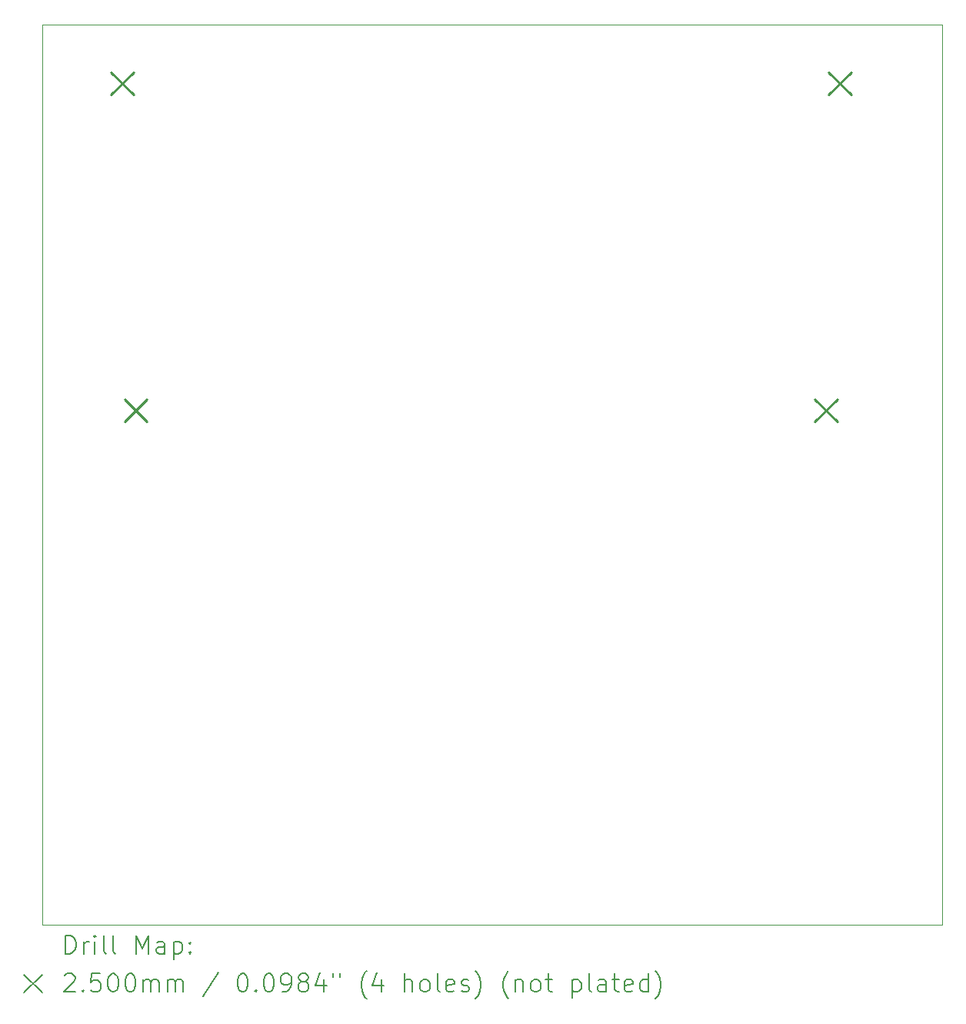
<source format=gbr>
%TF.GenerationSoftware,KiCad,Pcbnew,(6.0.8)*%
%TF.CreationDate,2024-09-05T02:31:09-03:00*%
%TF.ProjectId,Projeto_01,50726f6a-6574-46f5-9f30-312e6b696361,rev?*%
%TF.SameCoordinates,Original*%
%TF.FileFunction,Drillmap*%
%TF.FilePolarity,Positive*%
%FSLAX45Y45*%
G04 Gerber Fmt 4.5, Leading zero omitted, Abs format (unit mm)*
G04 Created by KiCad (PCBNEW (6.0.8)) date 2024-09-05 02:31:09*
%MOMM*%
%LPD*%
G01*
G04 APERTURE LIST*
%ADD10C,0.100000*%
%ADD11C,0.200000*%
%ADD12C,0.250000*%
G04 APERTURE END LIST*
D10*
X16764000Y-3429000D02*
X26670000Y-3429000D01*
X26670000Y-3429000D02*
X26670000Y-13335000D01*
X26670000Y-13335000D02*
X16764000Y-13335000D01*
X16764000Y-13335000D02*
X16764000Y-3429000D01*
D11*
D12*
X17515000Y-3949000D02*
X17765000Y-4199000D01*
X17765000Y-3949000D02*
X17515000Y-4199000D01*
X17665000Y-7549000D02*
X17915000Y-7799000D01*
X17915000Y-7549000D02*
X17665000Y-7799000D01*
X25265000Y-7549000D02*
X25515000Y-7799000D01*
X25515000Y-7549000D02*
X25265000Y-7799000D01*
X25415000Y-3949000D02*
X25665000Y-4199000D01*
X25665000Y-3949000D02*
X25415000Y-4199000D01*
D11*
X17016619Y-13650476D02*
X17016619Y-13450476D01*
X17064238Y-13450476D01*
X17092810Y-13460000D01*
X17111857Y-13479048D01*
X17121381Y-13498095D01*
X17130905Y-13536190D01*
X17130905Y-13564762D01*
X17121381Y-13602857D01*
X17111857Y-13621905D01*
X17092810Y-13640952D01*
X17064238Y-13650476D01*
X17016619Y-13650476D01*
X17216619Y-13650476D02*
X17216619Y-13517143D01*
X17216619Y-13555238D02*
X17226143Y-13536190D01*
X17235667Y-13526667D01*
X17254714Y-13517143D01*
X17273762Y-13517143D01*
X17340429Y-13650476D02*
X17340429Y-13517143D01*
X17340429Y-13450476D02*
X17330905Y-13460000D01*
X17340429Y-13469524D01*
X17349952Y-13460000D01*
X17340429Y-13450476D01*
X17340429Y-13469524D01*
X17464238Y-13650476D02*
X17445190Y-13640952D01*
X17435667Y-13621905D01*
X17435667Y-13450476D01*
X17569000Y-13650476D02*
X17549952Y-13640952D01*
X17540429Y-13621905D01*
X17540429Y-13450476D01*
X17797571Y-13650476D02*
X17797571Y-13450476D01*
X17864238Y-13593333D01*
X17930905Y-13450476D01*
X17930905Y-13650476D01*
X18111857Y-13650476D02*
X18111857Y-13545714D01*
X18102333Y-13526667D01*
X18083286Y-13517143D01*
X18045190Y-13517143D01*
X18026143Y-13526667D01*
X18111857Y-13640952D02*
X18092810Y-13650476D01*
X18045190Y-13650476D01*
X18026143Y-13640952D01*
X18016619Y-13621905D01*
X18016619Y-13602857D01*
X18026143Y-13583809D01*
X18045190Y-13574286D01*
X18092810Y-13574286D01*
X18111857Y-13564762D01*
X18207095Y-13517143D02*
X18207095Y-13717143D01*
X18207095Y-13526667D02*
X18226143Y-13517143D01*
X18264238Y-13517143D01*
X18283286Y-13526667D01*
X18292810Y-13536190D01*
X18302333Y-13555238D01*
X18302333Y-13612381D01*
X18292810Y-13631428D01*
X18283286Y-13640952D01*
X18264238Y-13650476D01*
X18226143Y-13650476D01*
X18207095Y-13640952D01*
X18388048Y-13631428D02*
X18397571Y-13640952D01*
X18388048Y-13650476D01*
X18378524Y-13640952D01*
X18388048Y-13631428D01*
X18388048Y-13650476D01*
X18388048Y-13526667D02*
X18397571Y-13536190D01*
X18388048Y-13545714D01*
X18378524Y-13536190D01*
X18388048Y-13526667D01*
X18388048Y-13545714D01*
X16559000Y-13880000D02*
X16759000Y-14080000D01*
X16759000Y-13880000D02*
X16559000Y-14080000D01*
X17007095Y-13889524D02*
X17016619Y-13880000D01*
X17035667Y-13870476D01*
X17083286Y-13870476D01*
X17102333Y-13880000D01*
X17111857Y-13889524D01*
X17121381Y-13908571D01*
X17121381Y-13927619D01*
X17111857Y-13956190D01*
X16997571Y-14070476D01*
X17121381Y-14070476D01*
X17207095Y-14051428D02*
X17216619Y-14060952D01*
X17207095Y-14070476D01*
X17197571Y-14060952D01*
X17207095Y-14051428D01*
X17207095Y-14070476D01*
X17397571Y-13870476D02*
X17302333Y-13870476D01*
X17292810Y-13965714D01*
X17302333Y-13956190D01*
X17321381Y-13946667D01*
X17369000Y-13946667D01*
X17388048Y-13956190D01*
X17397571Y-13965714D01*
X17407095Y-13984762D01*
X17407095Y-14032381D01*
X17397571Y-14051428D01*
X17388048Y-14060952D01*
X17369000Y-14070476D01*
X17321381Y-14070476D01*
X17302333Y-14060952D01*
X17292810Y-14051428D01*
X17530905Y-13870476D02*
X17549952Y-13870476D01*
X17569000Y-13880000D01*
X17578524Y-13889524D01*
X17588048Y-13908571D01*
X17597571Y-13946667D01*
X17597571Y-13994286D01*
X17588048Y-14032381D01*
X17578524Y-14051428D01*
X17569000Y-14060952D01*
X17549952Y-14070476D01*
X17530905Y-14070476D01*
X17511857Y-14060952D01*
X17502333Y-14051428D01*
X17492810Y-14032381D01*
X17483286Y-13994286D01*
X17483286Y-13946667D01*
X17492810Y-13908571D01*
X17502333Y-13889524D01*
X17511857Y-13880000D01*
X17530905Y-13870476D01*
X17721381Y-13870476D02*
X17740429Y-13870476D01*
X17759476Y-13880000D01*
X17769000Y-13889524D01*
X17778524Y-13908571D01*
X17788048Y-13946667D01*
X17788048Y-13994286D01*
X17778524Y-14032381D01*
X17769000Y-14051428D01*
X17759476Y-14060952D01*
X17740429Y-14070476D01*
X17721381Y-14070476D01*
X17702333Y-14060952D01*
X17692810Y-14051428D01*
X17683286Y-14032381D01*
X17673762Y-13994286D01*
X17673762Y-13946667D01*
X17683286Y-13908571D01*
X17692810Y-13889524D01*
X17702333Y-13880000D01*
X17721381Y-13870476D01*
X17873762Y-14070476D02*
X17873762Y-13937143D01*
X17873762Y-13956190D02*
X17883286Y-13946667D01*
X17902333Y-13937143D01*
X17930905Y-13937143D01*
X17949952Y-13946667D01*
X17959476Y-13965714D01*
X17959476Y-14070476D01*
X17959476Y-13965714D02*
X17969000Y-13946667D01*
X17988048Y-13937143D01*
X18016619Y-13937143D01*
X18035667Y-13946667D01*
X18045190Y-13965714D01*
X18045190Y-14070476D01*
X18140429Y-14070476D02*
X18140429Y-13937143D01*
X18140429Y-13956190D02*
X18149952Y-13946667D01*
X18169000Y-13937143D01*
X18197571Y-13937143D01*
X18216619Y-13946667D01*
X18226143Y-13965714D01*
X18226143Y-14070476D01*
X18226143Y-13965714D02*
X18235667Y-13946667D01*
X18254714Y-13937143D01*
X18283286Y-13937143D01*
X18302333Y-13946667D01*
X18311857Y-13965714D01*
X18311857Y-14070476D01*
X18702333Y-13860952D02*
X18530905Y-14118095D01*
X18959476Y-13870476D02*
X18978524Y-13870476D01*
X18997571Y-13880000D01*
X19007095Y-13889524D01*
X19016619Y-13908571D01*
X19026143Y-13946667D01*
X19026143Y-13994286D01*
X19016619Y-14032381D01*
X19007095Y-14051428D01*
X18997571Y-14060952D01*
X18978524Y-14070476D01*
X18959476Y-14070476D01*
X18940429Y-14060952D01*
X18930905Y-14051428D01*
X18921381Y-14032381D01*
X18911857Y-13994286D01*
X18911857Y-13946667D01*
X18921381Y-13908571D01*
X18930905Y-13889524D01*
X18940429Y-13880000D01*
X18959476Y-13870476D01*
X19111857Y-14051428D02*
X19121381Y-14060952D01*
X19111857Y-14070476D01*
X19102333Y-14060952D01*
X19111857Y-14051428D01*
X19111857Y-14070476D01*
X19245190Y-13870476D02*
X19264238Y-13870476D01*
X19283286Y-13880000D01*
X19292810Y-13889524D01*
X19302333Y-13908571D01*
X19311857Y-13946667D01*
X19311857Y-13994286D01*
X19302333Y-14032381D01*
X19292810Y-14051428D01*
X19283286Y-14060952D01*
X19264238Y-14070476D01*
X19245190Y-14070476D01*
X19226143Y-14060952D01*
X19216619Y-14051428D01*
X19207095Y-14032381D01*
X19197571Y-13994286D01*
X19197571Y-13946667D01*
X19207095Y-13908571D01*
X19216619Y-13889524D01*
X19226143Y-13880000D01*
X19245190Y-13870476D01*
X19407095Y-14070476D02*
X19445190Y-14070476D01*
X19464238Y-14060952D01*
X19473762Y-14051428D01*
X19492810Y-14022857D01*
X19502333Y-13984762D01*
X19502333Y-13908571D01*
X19492810Y-13889524D01*
X19483286Y-13880000D01*
X19464238Y-13870476D01*
X19426143Y-13870476D01*
X19407095Y-13880000D01*
X19397571Y-13889524D01*
X19388048Y-13908571D01*
X19388048Y-13956190D01*
X19397571Y-13975238D01*
X19407095Y-13984762D01*
X19426143Y-13994286D01*
X19464238Y-13994286D01*
X19483286Y-13984762D01*
X19492810Y-13975238D01*
X19502333Y-13956190D01*
X19616619Y-13956190D02*
X19597571Y-13946667D01*
X19588048Y-13937143D01*
X19578524Y-13918095D01*
X19578524Y-13908571D01*
X19588048Y-13889524D01*
X19597571Y-13880000D01*
X19616619Y-13870476D01*
X19654714Y-13870476D01*
X19673762Y-13880000D01*
X19683286Y-13889524D01*
X19692810Y-13908571D01*
X19692810Y-13918095D01*
X19683286Y-13937143D01*
X19673762Y-13946667D01*
X19654714Y-13956190D01*
X19616619Y-13956190D01*
X19597571Y-13965714D01*
X19588048Y-13975238D01*
X19578524Y-13994286D01*
X19578524Y-14032381D01*
X19588048Y-14051428D01*
X19597571Y-14060952D01*
X19616619Y-14070476D01*
X19654714Y-14070476D01*
X19673762Y-14060952D01*
X19683286Y-14051428D01*
X19692810Y-14032381D01*
X19692810Y-13994286D01*
X19683286Y-13975238D01*
X19673762Y-13965714D01*
X19654714Y-13956190D01*
X19864238Y-13937143D02*
X19864238Y-14070476D01*
X19816619Y-13860952D02*
X19769000Y-14003809D01*
X19892810Y-14003809D01*
X19959476Y-13870476D02*
X19959476Y-13908571D01*
X20035667Y-13870476D02*
X20035667Y-13908571D01*
X20330905Y-14146667D02*
X20321381Y-14137143D01*
X20302333Y-14108571D01*
X20292810Y-14089524D01*
X20283286Y-14060952D01*
X20273762Y-14013333D01*
X20273762Y-13975238D01*
X20283286Y-13927619D01*
X20292810Y-13899048D01*
X20302333Y-13880000D01*
X20321381Y-13851428D01*
X20330905Y-13841905D01*
X20492810Y-13937143D02*
X20492810Y-14070476D01*
X20445190Y-13860952D02*
X20397571Y-14003809D01*
X20521381Y-14003809D01*
X20749952Y-14070476D02*
X20749952Y-13870476D01*
X20835667Y-14070476D02*
X20835667Y-13965714D01*
X20826143Y-13946667D01*
X20807095Y-13937143D01*
X20778524Y-13937143D01*
X20759476Y-13946667D01*
X20749952Y-13956190D01*
X20959476Y-14070476D02*
X20940429Y-14060952D01*
X20930905Y-14051428D01*
X20921381Y-14032381D01*
X20921381Y-13975238D01*
X20930905Y-13956190D01*
X20940429Y-13946667D01*
X20959476Y-13937143D01*
X20988048Y-13937143D01*
X21007095Y-13946667D01*
X21016619Y-13956190D01*
X21026143Y-13975238D01*
X21026143Y-14032381D01*
X21016619Y-14051428D01*
X21007095Y-14060952D01*
X20988048Y-14070476D01*
X20959476Y-14070476D01*
X21140429Y-14070476D02*
X21121381Y-14060952D01*
X21111857Y-14041905D01*
X21111857Y-13870476D01*
X21292810Y-14060952D02*
X21273762Y-14070476D01*
X21235667Y-14070476D01*
X21216619Y-14060952D01*
X21207095Y-14041905D01*
X21207095Y-13965714D01*
X21216619Y-13946667D01*
X21235667Y-13937143D01*
X21273762Y-13937143D01*
X21292810Y-13946667D01*
X21302333Y-13965714D01*
X21302333Y-13984762D01*
X21207095Y-14003809D01*
X21378524Y-14060952D02*
X21397571Y-14070476D01*
X21435667Y-14070476D01*
X21454714Y-14060952D01*
X21464238Y-14041905D01*
X21464238Y-14032381D01*
X21454714Y-14013333D01*
X21435667Y-14003809D01*
X21407095Y-14003809D01*
X21388048Y-13994286D01*
X21378524Y-13975238D01*
X21378524Y-13965714D01*
X21388048Y-13946667D01*
X21407095Y-13937143D01*
X21435667Y-13937143D01*
X21454714Y-13946667D01*
X21530905Y-14146667D02*
X21540429Y-14137143D01*
X21559476Y-14108571D01*
X21569000Y-14089524D01*
X21578524Y-14060952D01*
X21588048Y-14013333D01*
X21588048Y-13975238D01*
X21578524Y-13927619D01*
X21569000Y-13899048D01*
X21559476Y-13880000D01*
X21540429Y-13851428D01*
X21530905Y-13841905D01*
X21892810Y-14146667D02*
X21883286Y-14137143D01*
X21864238Y-14108571D01*
X21854714Y-14089524D01*
X21845190Y-14060952D01*
X21835667Y-14013333D01*
X21835667Y-13975238D01*
X21845190Y-13927619D01*
X21854714Y-13899048D01*
X21864238Y-13880000D01*
X21883286Y-13851428D01*
X21892810Y-13841905D01*
X21969000Y-13937143D02*
X21969000Y-14070476D01*
X21969000Y-13956190D02*
X21978524Y-13946667D01*
X21997571Y-13937143D01*
X22026143Y-13937143D01*
X22045190Y-13946667D01*
X22054714Y-13965714D01*
X22054714Y-14070476D01*
X22178524Y-14070476D02*
X22159476Y-14060952D01*
X22149952Y-14051428D01*
X22140429Y-14032381D01*
X22140429Y-13975238D01*
X22149952Y-13956190D01*
X22159476Y-13946667D01*
X22178524Y-13937143D01*
X22207095Y-13937143D01*
X22226143Y-13946667D01*
X22235667Y-13956190D01*
X22245190Y-13975238D01*
X22245190Y-14032381D01*
X22235667Y-14051428D01*
X22226143Y-14060952D01*
X22207095Y-14070476D01*
X22178524Y-14070476D01*
X22302333Y-13937143D02*
X22378524Y-13937143D01*
X22330905Y-13870476D02*
X22330905Y-14041905D01*
X22340429Y-14060952D01*
X22359476Y-14070476D01*
X22378524Y-14070476D01*
X22597571Y-13937143D02*
X22597571Y-14137143D01*
X22597571Y-13946667D02*
X22616619Y-13937143D01*
X22654714Y-13937143D01*
X22673762Y-13946667D01*
X22683286Y-13956190D01*
X22692809Y-13975238D01*
X22692809Y-14032381D01*
X22683286Y-14051428D01*
X22673762Y-14060952D01*
X22654714Y-14070476D01*
X22616619Y-14070476D01*
X22597571Y-14060952D01*
X22807095Y-14070476D02*
X22788048Y-14060952D01*
X22778524Y-14041905D01*
X22778524Y-13870476D01*
X22969000Y-14070476D02*
X22969000Y-13965714D01*
X22959476Y-13946667D01*
X22940428Y-13937143D01*
X22902333Y-13937143D01*
X22883286Y-13946667D01*
X22969000Y-14060952D02*
X22949952Y-14070476D01*
X22902333Y-14070476D01*
X22883286Y-14060952D01*
X22873762Y-14041905D01*
X22873762Y-14022857D01*
X22883286Y-14003809D01*
X22902333Y-13994286D01*
X22949952Y-13994286D01*
X22969000Y-13984762D01*
X23035667Y-13937143D02*
X23111857Y-13937143D01*
X23064238Y-13870476D02*
X23064238Y-14041905D01*
X23073762Y-14060952D01*
X23092809Y-14070476D01*
X23111857Y-14070476D01*
X23254714Y-14060952D02*
X23235667Y-14070476D01*
X23197571Y-14070476D01*
X23178524Y-14060952D01*
X23169000Y-14041905D01*
X23169000Y-13965714D01*
X23178524Y-13946667D01*
X23197571Y-13937143D01*
X23235667Y-13937143D01*
X23254714Y-13946667D01*
X23264238Y-13965714D01*
X23264238Y-13984762D01*
X23169000Y-14003809D01*
X23435667Y-14070476D02*
X23435667Y-13870476D01*
X23435667Y-14060952D02*
X23416619Y-14070476D01*
X23378524Y-14070476D01*
X23359476Y-14060952D01*
X23349952Y-14051428D01*
X23340428Y-14032381D01*
X23340428Y-13975238D01*
X23349952Y-13956190D01*
X23359476Y-13946667D01*
X23378524Y-13937143D01*
X23416619Y-13937143D01*
X23435667Y-13946667D01*
X23511857Y-14146667D02*
X23521381Y-14137143D01*
X23540428Y-14108571D01*
X23549952Y-14089524D01*
X23559476Y-14060952D01*
X23569000Y-14013333D01*
X23569000Y-13975238D01*
X23559476Y-13927619D01*
X23549952Y-13899048D01*
X23540428Y-13880000D01*
X23521381Y-13851428D01*
X23511857Y-13841905D01*
M02*

</source>
